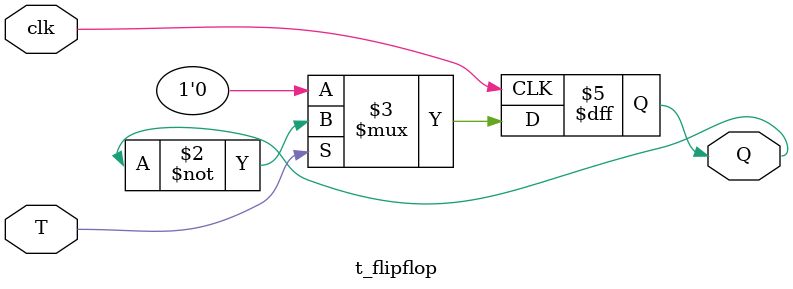
<source format=v>
module t_flipflop(input T,input clk,output reg Q);
always @(posedge clk)
begin
Q<=0;
if(T)
 Q <= ~Q;
end 
endmodule 

</source>
